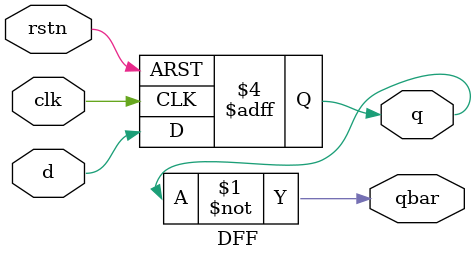
<source format=v>
module DFF(q ,qbar, d, rstn, clk);
    input d, rstn, clk;
    output reg q;
    output qbar;

    assign qbar = ~q;

    always @(posedge clk or negedge rstn) begin
        if(!rstn)
            q <= 0;
        else begin
            q <= d;   
        end
    end

endmodule
</source>
